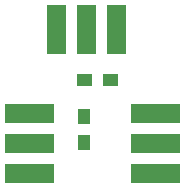
<source format=gts>
G04 #@! TF.GenerationSoftware,KiCad,Pcbnew,5.0.1*
G04 #@! TF.CreationDate,2018-12-27T15:24:30+01:00*
G04 #@! TF.ProjectId,RFSampler,524653616D706C65722E6B696361645F,rev?*
G04 #@! TF.SameCoordinates,PX617fb78PY6ed25c8*
G04 #@! TF.FileFunction,Soldermask,Top*
G04 #@! TF.FilePolarity,Negative*
%FSLAX46Y46*%
G04 Gerber Fmt 4.6, Leading zero omitted, Abs format (unit mm)*
G04 Created by KiCad (PCBNEW 5.0.1) date Do 27 Dez 2018 15:24:30 CET*
%MOMM*%
%LPD*%
G01*
G04 APERTURE LIST*
%ADD10C,0.100000*%
G04 APERTURE END LIST*
D10*
G36*
X4496000Y2108000D02*
X330000Y2108000D01*
X330000Y3734000D01*
X4496000Y3734000D01*
X4496000Y2108000D01*
X4496000Y2108000D01*
G37*
G36*
X15164000Y2108000D02*
X10998000Y2108000D01*
X10998000Y3734000D01*
X15164000Y3734000D01*
X15164000Y2108000D01*
X15164000Y2108000D01*
G37*
G36*
X4496000Y4648000D02*
X330000Y4648000D01*
X330000Y6274000D01*
X4496000Y6274000D01*
X4496000Y4648000D01*
X4496000Y4648000D01*
G37*
G36*
X15164000Y4648000D02*
X10998000Y4648000D01*
X10998000Y6274000D01*
X15164000Y6274000D01*
X15164000Y4648000D01*
X15164000Y4648000D01*
G37*
G36*
X7486000Y4896000D02*
X6484000Y4896000D01*
X6484000Y6198000D01*
X7486000Y6198000D01*
X7486000Y4896000D01*
X7486000Y4896000D01*
G37*
G36*
X7486000Y7096000D02*
X6484000Y7096000D01*
X6484000Y8398000D01*
X7486000Y8398000D01*
X7486000Y7096000D01*
X7486000Y7096000D01*
G37*
G36*
X4496000Y7188000D02*
X330000Y7188000D01*
X330000Y8814000D01*
X4496000Y8814000D01*
X4496000Y7188000D01*
X4496000Y7188000D01*
G37*
G36*
X15164000Y7188000D02*
X10998000Y7188000D01*
X10998000Y8814000D01*
X15164000Y8814000D01*
X15164000Y7188000D01*
X15164000Y7188000D01*
G37*
G36*
X7722000Y10294000D02*
X6420000Y10294000D01*
X6420000Y11296000D01*
X7722000Y11296000D01*
X7722000Y10294000D01*
X7722000Y10294000D01*
G37*
G36*
X9922000Y10294000D02*
X8620000Y10294000D01*
X8620000Y11296000D01*
X9922000Y11296000D01*
X9922000Y10294000D01*
X9922000Y10294000D01*
G37*
G36*
X10592000Y13030000D02*
X8966000Y13030000D01*
X8966000Y17196000D01*
X10592000Y17196000D01*
X10592000Y13030000D01*
X10592000Y13030000D01*
G37*
G36*
X8052000Y13030000D02*
X6426000Y13030000D01*
X6426000Y17196000D01*
X8052000Y17196000D01*
X8052000Y13030000D01*
X8052000Y13030000D01*
G37*
G36*
X5512000Y13030000D02*
X3886000Y13030000D01*
X3886000Y17196000D01*
X5512000Y17196000D01*
X5512000Y13030000D01*
X5512000Y13030000D01*
G37*
M02*

</source>
